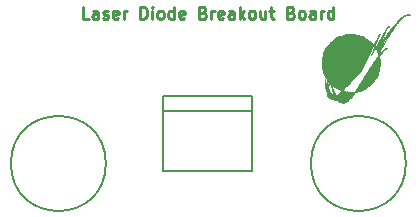
<source format=gbr>
G04 #@! TF.GenerationSoftware,KiCad,Pcbnew,(5.0.0)*
G04 #@! TF.CreationDate,2019-10-20T18:36:36-05:00*
G04 #@! TF.ProjectId,LaserDiode_Breakout_Hardware,4C6173657244696F64655F427265616B,rev?*
G04 #@! TF.SameCoordinates,Original*
G04 #@! TF.FileFunction,Legend,Top*
G04 #@! TF.FilePolarity,Positive*
%FSLAX46Y46*%
G04 Gerber Fmt 4.6, Leading zero omitted, Abs format (unit mm)*
G04 Created by KiCad (PCBNEW (5.0.0)) date 10/20/19 18:36:36*
%MOMM*%
%LPD*%
G01*
G04 APERTURE LIST*
%ADD10C,0.254000*%
%ADD11C,0.010000*%
%ADD12C,0.150000*%
G04 APERTURE END LIST*
D10*
X-737821619Y120190380D02*
X-738305428Y120190380D01*
X-738305428Y121206380D01*
X-737047523Y120190380D02*
X-737047523Y120722571D01*
X-737095904Y120819333D01*
X-737192666Y120867714D01*
X-737386190Y120867714D01*
X-737482952Y120819333D01*
X-737047523Y120238761D02*
X-737144285Y120190380D01*
X-737386190Y120190380D01*
X-737482952Y120238761D01*
X-737531333Y120335523D01*
X-737531333Y120432285D01*
X-737482952Y120529047D01*
X-737386190Y120577428D01*
X-737144285Y120577428D01*
X-737047523Y120625809D01*
X-736612095Y120238761D02*
X-736515333Y120190380D01*
X-736321809Y120190380D01*
X-736225047Y120238761D01*
X-736176666Y120335523D01*
X-736176666Y120383904D01*
X-736225047Y120480666D01*
X-736321809Y120529047D01*
X-736466952Y120529047D01*
X-736563714Y120577428D01*
X-736612095Y120674190D01*
X-736612095Y120722571D01*
X-736563714Y120819333D01*
X-736466952Y120867714D01*
X-736321809Y120867714D01*
X-736225047Y120819333D01*
X-735354190Y120238761D02*
X-735450952Y120190380D01*
X-735644476Y120190380D01*
X-735741238Y120238761D01*
X-735789619Y120335523D01*
X-735789619Y120722571D01*
X-735741238Y120819333D01*
X-735644476Y120867714D01*
X-735450952Y120867714D01*
X-735354190Y120819333D01*
X-735305809Y120722571D01*
X-735305809Y120625809D01*
X-735789619Y120529047D01*
X-734870380Y120190380D02*
X-734870380Y120867714D01*
X-734870380Y120674190D02*
X-734822000Y120770952D01*
X-734773619Y120819333D01*
X-734676857Y120867714D01*
X-734580095Y120867714D01*
X-733467333Y120190380D02*
X-733467333Y121206380D01*
X-733225428Y121206380D01*
X-733080285Y121158000D01*
X-732983523Y121061238D01*
X-732935142Y120964476D01*
X-732886761Y120770952D01*
X-732886761Y120625809D01*
X-732935142Y120432285D01*
X-732983523Y120335523D01*
X-733080285Y120238761D01*
X-733225428Y120190380D01*
X-733467333Y120190380D01*
X-732451333Y120190380D02*
X-732451333Y120867714D01*
X-732451333Y121206380D02*
X-732499714Y121158000D01*
X-732451333Y121109619D01*
X-732402952Y121158000D01*
X-732451333Y121206380D01*
X-732451333Y121109619D01*
X-731822380Y120190380D02*
X-731919142Y120238761D01*
X-731967523Y120287142D01*
X-732015904Y120383904D01*
X-732015904Y120674190D01*
X-731967523Y120770952D01*
X-731919142Y120819333D01*
X-731822380Y120867714D01*
X-731677238Y120867714D01*
X-731580476Y120819333D01*
X-731532095Y120770952D01*
X-731483714Y120674190D01*
X-731483714Y120383904D01*
X-731532095Y120287142D01*
X-731580476Y120238761D01*
X-731677238Y120190380D01*
X-731822380Y120190380D01*
X-730612857Y120190380D02*
X-730612857Y121206380D01*
X-730612857Y120238761D02*
X-730709619Y120190380D01*
X-730903142Y120190380D01*
X-730999904Y120238761D01*
X-731048285Y120287142D01*
X-731096666Y120383904D01*
X-731096666Y120674190D01*
X-731048285Y120770952D01*
X-730999904Y120819333D01*
X-730903142Y120867714D01*
X-730709619Y120867714D01*
X-730612857Y120819333D01*
X-729742000Y120238761D02*
X-729838761Y120190380D01*
X-730032285Y120190380D01*
X-730129047Y120238761D01*
X-730177428Y120335523D01*
X-730177428Y120722571D01*
X-730129047Y120819333D01*
X-730032285Y120867714D01*
X-729838761Y120867714D01*
X-729742000Y120819333D01*
X-729693619Y120722571D01*
X-729693619Y120625809D01*
X-730177428Y120529047D01*
X-728145428Y120722571D02*
X-728000285Y120674190D01*
X-727951904Y120625809D01*
X-727903523Y120529047D01*
X-727903523Y120383904D01*
X-727951904Y120287142D01*
X-728000285Y120238761D01*
X-728097047Y120190380D01*
X-728484095Y120190380D01*
X-728484095Y121206380D01*
X-728145428Y121206380D01*
X-728048666Y121158000D01*
X-728000285Y121109619D01*
X-727951904Y121012857D01*
X-727951904Y120916095D01*
X-728000285Y120819333D01*
X-728048666Y120770952D01*
X-728145428Y120722571D01*
X-728484095Y120722571D01*
X-727468095Y120190380D02*
X-727468095Y120867714D01*
X-727468095Y120674190D02*
X-727419714Y120770952D01*
X-727371333Y120819333D01*
X-727274571Y120867714D01*
X-727177809Y120867714D01*
X-726452095Y120238761D02*
X-726548857Y120190380D01*
X-726742380Y120190380D01*
X-726839142Y120238761D01*
X-726887523Y120335523D01*
X-726887523Y120722571D01*
X-726839142Y120819333D01*
X-726742380Y120867714D01*
X-726548857Y120867714D01*
X-726452095Y120819333D01*
X-726403714Y120722571D01*
X-726403714Y120625809D01*
X-726887523Y120529047D01*
X-725532857Y120190380D02*
X-725532857Y120722571D01*
X-725581238Y120819333D01*
X-725678000Y120867714D01*
X-725871523Y120867714D01*
X-725968285Y120819333D01*
X-725532857Y120238761D02*
X-725629619Y120190380D01*
X-725871523Y120190380D01*
X-725968285Y120238761D01*
X-726016666Y120335523D01*
X-726016666Y120432285D01*
X-725968285Y120529047D01*
X-725871523Y120577428D01*
X-725629619Y120577428D01*
X-725532857Y120625809D01*
X-725049047Y120190380D02*
X-725049047Y121206380D01*
X-724952285Y120577428D02*
X-724662000Y120190380D01*
X-724662000Y120867714D02*
X-725049047Y120480666D01*
X-724081428Y120190380D02*
X-724178190Y120238761D01*
X-724226571Y120287142D01*
X-724274952Y120383904D01*
X-724274952Y120674190D01*
X-724226571Y120770952D01*
X-724178190Y120819333D01*
X-724081428Y120867714D01*
X-723936285Y120867714D01*
X-723839523Y120819333D01*
X-723791142Y120770952D01*
X-723742761Y120674190D01*
X-723742761Y120383904D01*
X-723791142Y120287142D01*
X-723839523Y120238761D01*
X-723936285Y120190380D01*
X-724081428Y120190380D01*
X-722871904Y120867714D02*
X-722871904Y120190380D01*
X-723307333Y120867714D02*
X-723307333Y120335523D01*
X-723258952Y120238761D01*
X-723162190Y120190380D01*
X-723017047Y120190380D01*
X-722920285Y120238761D01*
X-722871904Y120287142D01*
X-722533238Y120867714D02*
X-722146190Y120867714D01*
X-722388095Y121206380D02*
X-722388095Y120335523D01*
X-722339714Y120238761D01*
X-722242952Y120190380D01*
X-722146190Y120190380D01*
X-720694761Y120722571D02*
X-720549619Y120674190D01*
X-720501238Y120625809D01*
X-720452857Y120529047D01*
X-720452857Y120383904D01*
X-720501238Y120287142D01*
X-720549619Y120238761D01*
X-720646380Y120190380D01*
X-721033428Y120190380D01*
X-721033428Y121206380D01*
X-720694761Y121206380D01*
X-720598000Y121158000D01*
X-720549619Y121109619D01*
X-720501238Y121012857D01*
X-720501238Y120916095D01*
X-720549619Y120819333D01*
X-720598000Y120770952D01*
X-720694761Y120722571D01*
X-721033428Y120722571D01*
X-719872285Y120190380D02*
X-719969047Y120238761D01*
X-720017428Y120287142D01*
X-720065809Y120383904D01*
X-720065809Y120674190D01*
X-720017428Y120770952D01*
X-719969047Y120819333D01*
X-719872285Y120867714D01*
X-719727142Y120867714D01*
X-719630380Y120819333D01*
X-719582000Y120770952D01*
X-719533619Y120674190D01*
X-719533619Y120383904D01*
X-719582000Y120287142D01*
X-719630380Y120238761D01*
X-719727142Y120190380D01*
X-719872285Y120190380D01*
X-718662761Y120190380D02*
X-718662761Y120722571D01*
X-718711142Y120819333D01*
X-718807904Y120867714D01*
X-719001428Y120867714D01*
X-719098190Y120819333D01*
X-718662761Y120238761D02*
X-718759523Y120190380D01*
X-719001428Y120190380D01*
X-719098190Y120238761D01*
X-719146571Y120335523D01*
X-719146571Y120432285D01*
X-719098190Y120529047D01*
X-719001428Y120577428D01*
X-718759523Y120577428D01*
X-718662761Y120625809D01*
X-718178952Y120190380D02*
X-718178952Y120867714D01*
X-718178952Y120674190D02*
X-718130571Y120770952D01*
X-718082190Y120819333D01*
X-717985428Y120867714D01*
X-717888666Y120867714D01*
X-717114571Y120190380D02*
X-717114571Y121206380D01*
X-717114571Y120238761D02*
X-717211333Y120190380D01*
X-717404857Y120190380D01*
X-717501619Y120238761D01*
X-717550000Y120287142D01*
X-717598380Y120383904D01*
X-717598380Y120674190D01*
X-717550000Y120770952D01*
X-717501619Y120819333D01*
X-717404857Y120867714D01*
X-717211333Y120867714D01*
X-717114571Y120819333D01*
D11*
G04 #@! TO.C,G\002A\002A\002A*
G36*
X-710762599Y120570434D02*
X-710713700Y120563382D01*
X-710673886Y120551807D01*
X-710667813Y120549178D01*
X-710643442Y120537884D01*
X-710665853Y120541675D01*
X-710743855Y120550423D01*
X-710816915Y120549840D01*
X-710881716Y120539963D01*
X-710884392Y120539299D01*
X-710959905Y120514466D01*
X-711038595Y120477255D01*
X-711120730Y120427447D01*
X-711206578Y120364823D01*
X-711296408Y120289166D01*
X-711390489Y120200257D01*
X-711489088Y120097876D01*
X-711592474Y119981807D01*
X-711643992Y119921032D01*
X-711691720Y119863388D01*
X-711737318Y119807177D01*
X-711781499Y119751366D01*
X-711824978Y119694921D01*
X-711868470Y119636809D01*
X-711912689Y119575999D01*
X-711958350Y119511457D01*
X-712006168Y119442149D01*
X-712056856Y119367044D01*
X-712111130Y119285107D01*
X-712169704Y119195307D01*
X-712233292Y119096611D01*
X-712302609Y118987984D01*
X-712378371Y118868395D01*
X-712442038Y118767412D01*
X-712587225Y118533288D01*
X-712726868Y118301188D01*
X-712858723Y118074858D01*
X-712891908Y118016618D01*
X-712921897Y117963999D01*
X-712956642Y117903480D01*
X-712993280Y117840015D01*
X-713028952Y117778560D01*
X-713060252Y117724999D01*
X-713091426Y117671559D01*
X-713125623Y117612377D01*
X-713160203Y117552058D01*
X-713192527Y117495206D01*
X-713219955Y117446426D01*
X-713220832Y117444852D01*
X-713244487Y117402485D01*
X-713266928Y117362426D01*
X-713286661Y117327332D01*
X-713302194Y117299857D01*
X-713312034Y117282655D01*
X-713312343Y117282122D01*
X-713331136Y117249862D01*
X-713360138Y117326946D01*
X-713375350Y117365069D01*
X-713394261Y117408853D01*
X-713415925Y117456436D01*
X-713439391Y117505958D01*
X-713463711Y117555557D01*
X-713487936Y117603372D01*
X-713511118Y117647541D01*
X-713532307Y117686203D01*
X-713550556Y117717497D01*
X-713564914Y117739561D01*
X-713574434Y117750535D01*
X-713576502Y117751412D01*
X-713581522Y117745166D01*
X-713592297Y117727847D01*
X-713607585Y117701580D01*
X-713626143Y117668494D01*
X-713643080Y117637486D01*
X-713670428Y117587039D01*
X-713699754Y117533290D01*
X-713730164Y117477843D01*
X-713760765Y117422304D01*
X-713790665Y117368278D01*
X-713818969Y117317371D01*
X-713844786Y117271188D01*
X-713867221Y117231334D01*
X-713885382Y117199415D01*
X-713898375Y117177036D01*
X-713905308Y117165803D01*
X-713905946Y117164971D01*
X-713906464Y117168250D01*
X-713902493Y117182979D01*
X-713894788Y117206617D01*
X-713887082Y117228471D01*
X-713868367Y117279894D01*
X-713847563Y117336621D01*
X-713825266Y117397068D01*
X-713802070Y117459652D01*
X-713778569Y117522788D01*
X-713755359Y117584894D01*
X-713733033Y117644384D01*
X-713712186Y117699676D01*
X-713693414Y117749186D01*
X-713677310Y117791329D01*
X-713664469Y117824523D01*
X-713655487Y117847183D01*
X-713650956Y117857725D01*
X-713650636Y117858241D01*
X-713644335Y117855320D01*
X-713632516Y117842243D01*
X-713617444Y117821609D01*
X-713613244Y117815286D01*
X-713597661Y117792255D01*
X-713584961Y117775112D01*
X-713577415Y117766881D01*
X-713576638Y117766567D01*
X-713571908Y117772927D01*
X-713561274Y117790623D01*
X-713545800Y117817776D01*
X-713526549Y117852506D01*
X-713504584Y117892930D01*
X-713493471Y117913652D01*
X-713467300Y117962381D01*
X-713435965Y118020280D01*
X-713401582Y118083472D01*
X-713366264Y118148077D01*
X-713332124Y118210217D01*
X-713311401Y118247747D01*
X-713281320Y118302187D01*
X-713245985Y118366288D01*
X-713207294Y118436597D01*
X-713167147Y118509659D01*
X-713127444Y118582018D01*
X-713090084Y118650220D01*
X-713077059Y118674030D01*
X-713016525Y118783859D01*
X-712957066Y118890029D01*
X-712899327Y118991456D01*
X-712843952Y119087063D01*
X-712791584Y119175766D01*
X-712742868Y119256488D01*
X-712698448Y119328146D01*
X-712658968Y119389660D01*
X-712625072Y119439949D01*
X-712599469Y119475248D01*
X-712563607Y119518491D01*
X-712531622Y119549582D01*
X-712504046Y119568225D01*
X-712481407Y119574125D01*
X-712464237Y119566985D01*
X-712456258Y119555208D01*
X-712448863Y119535252D01*
X-712447590Y119523520D01*
X-712451799Y119521953D01*
X-712460848Y119532494D01*
X-712462758Y119535524D01*
X-712477173Y119553034D01*
X-712490567Y119557928D01*
X-712490744Y119557896D01*
X-712504784Y119548935D01*
X-712524229Y119526557D01*
X-712548842Y119491183D01*
X-712578388Y119443231D01*
X-712612630Y119383120D01*
X-712651331Y119311271D01*
X-712694257Y119228102D01*
X-712741170Y119134032D01*
X-712791833Y119029480D01*
X-712809914Y118991530D01*
X-712827721Y118953587D01*
X-712849455Y118906587D01*
X-712874569Y118851761D01*
X-712902516Y118790338D01*
X-712932751Y118723547D01*
X-712964725Y118652617D01*
X-712997892Y118578779D01*
X-713031705Y118503261D01*
X-713065617Y118427293D01*
X-713099082Y118352105D01*
X-713131552Y118278926D01*
X-713162481Y118208986D01*
X-713191321Y118143513D01*
X-713217527Y118083739D01*
X-713240550Y118030891D01*
X-713259845Y117986200D01*
X-713274864Y117950894D01*
X-713285061Y117926205D01*
X-713289888Y117913360D01*
X-713290171Y117911779D01*
X-713285598Y117917124D01*
X-713273885Y117933233D01*
X-713256193Y117958441D01*
X-713233680Y117991086D01*
X-713207503Y118029506D01*
X-713187177Y118059605D01*
X-713153292Y118109646D01*
X-713113176Y118168364D01*
X-713067852Y118234295D01*
X-713018344Y118305976D01*
X-712965677Y118381943D01*
X-712910873Y118460735D01*
X-712854958Y118540889D01*
X-712798955Y118620940D01*
X-712743888Y118699427D01*
X-712690781Y118774886D01*
X-712640659Y118845855D01*
X-712594544Y118910870D01*
X-712553461Y118968469D01*
X-712518434Y119017188D01*
X-712490487Y119055565D01*
X-712482603Y119066236D01*
X-712346231Y119247571D01*
X-712216179Y119415797D01*
X-712092165Y119571208D01*
X-711973907Y119714097D01*
X-711861123Y119844759D01*
X-711753531Y119963487D01*
X-711650849Y120070576D01*
X-711552796Y120166320D01*
X-711459088Y120251013D01*
X-711369445Y120324948D01*
X-711283584Y120388420D01*
X-711201223Y120441723D01*
X-711122080Y120485151D01*
X-711121559Y120485410D01*
X-711062565Y120513565D01*
X-711012354Y120534701D01*
X-710967250Y120550041D01*
X-710923573Y120560810D01*
X-710877646Y120568231D01*
X-710869755Y120569199D01*
X-710816109Y120572522D01*
X-710762599Y120570434D01*
X-710762599Y120570434D01*
G37*
X-710762599Y120570434D02*
X-710713700Y120563382D01*
X-710673886Y120551807D01*
X-710667813Y120549178D01*
X-710643442Y120537884D01*
X-710665853Y120541675D01*
X-710743855Y120550423D01*
X-710816915Y120549840D01*
X-710881716Y120539963D01*
X-710884392Y120539299D01*
X-710959905Y120514466D01*
X-711038595Y120477255D01*
X-711120730Y120427447D01*
X-711206578Y120364823D01*
X-711296408Y120289166D01*
X-711390489Y120200257D01*
X-711489088Y120097876D01*
X-711592474Y119981807D01*
X-711643992Y119921032D01*
X-711691720Y119863388D01*
X-711737318Y119807177D01*
X-711781499Y119751366D01*
X-711824978Y119694921D01*
X-711868470Y119636809D01*
X-711912689Y119575999D01*
X-711958350Y119511457D01*
X-712006168Y119442149D01*
X-712056856Y119367044D01*
X-712111130Y119285107D01*
X-712169704Y119195307D01*
X-712233292Y119096611D01*
X-712302609Y118987984D01*
X-712378371Y118868395D01*
X-712442038Y118767412D01*
X-712587225Y118533288D01*
X-712726868Y118301188D01*
X-712858723Y118074858D01*
X-712891908Y118016618D01*
X-712921897Y117963999D01*
X-712956642Y117903480D01*
X-712993280Y117840015D01*
X-713028952Y117778560D01*
X-713060252Y117724999D01*
X-713091426Y117671559D01*
X-713125623Y117612377D01*
X-713160203Y117552058D01*
X-713192527Y117495206D01*
X-713219955Y117446426D01*
X-713220832Y117444852D01*
X-713244487Y117402485D01*
X-713266928Y117362426D01*
X-713286661Y117327332D01*
X-713302194Y117299857D01*
X-713312034Y117282655D01*
X-713312343Y117282122D01*
X-713331136Y117249862D01*
X-713360138Y117326946D01*
X-713375350Y117365069D01*
X-713394261Y117408853D01*
X-713415925Y117456436D01*
X-713439391Y117505958D01*
X-713463711Y117555557D01*
X-713487936Y117603372D01*
X-713511118Y117647541D01*
X-713532307Y117686203D01*
X-713550556Y117717497D01*
X-713564914Y117739561D01*
X-713574434Y117750535D01*
X-713576502Y117751412D01*
X-713581522Y117745166D01*
X-713592297Y117727847D01*
X-713607585Y117701580D01*
X-713626143Y117668494D01*
X-713643080Y117637486D01*
X-713670428Y117587039D01*
X-713699754Y117533290D01*
X-713730164Y117477843D01*
X-713760765Y117422304D01*
X-713790665Y117368278D01*
X-713818969Y117317371D01*
X-713844786Y117271188D01*
X-713867221Y117231334D01*
X-713885382Y117199415D01*
X-713898375Y117177036D01*
X-713905308Y117165803D01*
X-713905946Y117164971D01*
X-713906464Y117168250D01*
X-713902493Y117182979D01*
X-713894788Y117206617D01*
X-713887082Y117228471D01*
X-713868367Y117279894D01*
X-713847563Y117336621D01*
X-713825266Y117397068D01*
X-713802070Y117459652D01*
X-713778569Y117522788D01*
X-713755359Y117584894D01*
X-713733033Y117644384D01*
X-713712186Y117699676D01*
X-713693414Y117749186D01*
X-713677310Y117791329D01*
X-713664469Y117824523D01*
X-713655487Y117847183D01*
X-713650956Y117857725D01*
X-713650636Y117858241D01*
X-713644335Y117855320D01*
X-713632516Y117842243D01*
X-713617444Y117821609D01*
X-713613244Y117815286D01*
X-713597661Y117792255D01*
X-713584961Y117775112D01*
X-713577415Y117766881D01*
X-713576638Y117766567D01*
X-713571908Y117772927D01*
X-713561274Y117790623D01*
X-713545800Y117817776D01*
X-713526549Y117852506D01*
X-713504584Y117892930D01*
X-713493471Y117913652D01*
X-713467300Y117962381D01*
X-713435965Y118020280D01*
X-713401582Y118083472D01*
X-713366264Y118148077D01*
X-713332124Y118210217D01*
X-713311401Y118247747D01*
X-713281320Y118302187D01*
X-713245985Y118366288D01*
X-713207294Y118436597D01*
X-713167147Y118509659D01*
X-713127444Y118582018D01*
X-713090084Y118650220D01*
X-713077059Y118674030D01*
X-713016525Y118783859D01*
X-712957066Y118890029D01*
X-712899327Y118991456D01*
X-712843952Y119087063D01*
X-712791584Y119175766D01*
X-712742868Y119256488D01*
X-712698448Y119328146D01*
X-712658968Y119389660D01*
X-712625072Y119439949D01*
X-712599469Y119475248D01*
X-712563607Y119518491D01*
X-712531622Y119549582D01*
X-712504046Y119568225D01*
X-712481407Y119574125D01*
X-712464237Y119566985D01*
X-712456258Y119555208D01*
X-712448863Y119535252D01*
X-712447590Y119523520D01*
X-712451799Y119521953D01*
X-712460848Y119532494D01*
X-712462758Y119535524D01*
X-712477173Y119553034D01*
X-712490567Y119557928D01*
X-712490744Y119557896D01*
X-712504784Y119548935D01*
X-712524229Y119526557D01*
X-712548842Y119491183D01*
X-712578388Y119443231D01*
X-712612630Y119383120D01*
X-712651331Y119311271D01*
X-712694257Y119228102D01*
X-712741170Y119134032D01*
X-712791833Y119029480D01*
X-712809914Y118991530D01*
X-712827721Y118953587D01*
X-712849455Y118906587D01*
X-712874569Y118851761D01*
X-712902516Y118790338D01*
X-712932751Y118723547D01*
X-712964725Y118652617D01*
X-712997892Y118578779D01*
X-713031705Y118503261D01*
X-713065617Y118427293D01*
X-713099082Y118352105D01*
X-713131552Y118278926D01*
X-713162481Y118208986D01*
X-713191321Y118143513D01*
X-713217527Y118083739D01*
X-713240550Y118030891D01*
X-713259845Y117986200D01*
X-713274864Y117950894D01*
X-713285061Y117926205D01*
X-713289888Y117913360D01*
X-713290171Y117911779D01*
X-713285598Y117917124D01*
X-713273885Y117933233D01*
X-713256193Y117958441D01*
X-713233680Y117991086D01*
X-713207503Y118029506D01*
X-713187177Y118059605D01*
X-713153292Y118109646D01*
X-713113176Y118168364D01*
X-713067852Y118234295D01*
X-713018344Y118305976D01*
X-712965677Y118381943D01*
X-712910873Y118460735D01*
X-712854958Y118540889D01*
X-712798955Y118620940D01*
X-712743888Y118699427D01*
X-712690781Y118774886D01*
X-712640659Y118845855D01*
X-712594544Y118910870D01*
X-712553461Y118968469D01*
X-712518434Y119017188D01*
X-712490487Y119055565D01*
X-712482603Y119066236D01*
X-712346231Y119247571D01*
X-712216179Y119415797D01*
X-712092165Y119571208D01*
X-711973907Y119714097D01*
X-711861123Y119844759D01*
X-711753531Y119963487D01*
X-711650849Y120070576D01*
X-711552796Y120166320D01*
X-711459088Y120251013D01*
X-711369445Y120324948D01*
X-711283584Y120388420D01*
X-711201223Y120441723D01*
X-711122080Y120485151D01*
X-711121559Y120485410D01*
X-711062565Y120513565D01*
X-711012354Y120534701D01*
X-710967250Y120550041D01*
X-710923573Y120560810D01*
X-710877646Y120568231D01*
X-710869755Y120569199D01*
X-710816109Y120572522D01*
X-710762599Y120570434D01*
G36*
X-713911824Y117150030D02*
X-713915559Y117146294D01*
X-713919294Y117150030D01*
X-713915559Y117153765D01*
X-713911824Y117150030D01*
X-713911824Y117150030D01*
G37*
X-713911824Y117150030D02*
X-713915559Y117146294D01*
X-713919294Y117150030D01*
X-713915559Y117153765D01*
X-713911824Y117150030D01*
G36*
X-713210937Y118904908D02*
X-713214849Y118895904D01*
X-713227572Y118876750D01*
X-713234871Y118866415D01*
X-713248525Y118846259D01*
X-713261904Y118824136D01*
X-713275846Y118798276D01*
X-713291191Y118766910D01*
X-713308778Y118728269D01*
X-713329448Y118680584D01*
X-713354039Y118622085D01*
X-713375932Y118569148D01*
X-713394551Y118523440D01*
X-713417515Y118466311D01*
X-713443828Y118400296D01*
X-713472494Y118327927D01*
X-713502518Y118251740D01*
X-713532905Y118174267D01*
X-713562658Y118098042D01*
X-713590782Y118025599D01*
X-713616281Y117959472D01*
X-713638161Y117902195D01*
X-713642514Y117890704D01*
X-713650578Y117869377D01*
X-713692481Y117926756D01*
X-713711008Y117950745D01*
X-713726652Y117968455D01*
X-713737249Y117977567D01*
X-713740264Y117977964D01*
X-713744444Y117970337D01*
X-713754549Y117950382D01*
X-713770023Y117919232D01*
X-713790311Y117878024D01*
X-713814858Y117827890D01*
X-713843108Y117769967D01*
X-713874508Y117705388D01*
X-713908501Y117635289D01*
X-713944532Y117560803D01*
X-713958911Y117531030D01*
X-714041695Y117359637D01*
X-714118513Y117200809D01*
X-714189819Y117053618D01*
X-714256068Y116917138D01*
X-714317711Y116790440D01*
X-714375204Y116672598D01*
X-714428998Y116562684D01*
X-714479549Y116459771D01*
X-714527310Y116362932D01*
X-714572733Y116271239D01*
X-714616273Y116183764D01*
X-714658383Y116099582D01*
X-714682353Y116051853D01*
X-714714840Y115986876D01*
X-714742581Y115931017D01*
X-714766563Y115882996D01*
X-714787772Y115841529D01*
X-714807195Y115805333D01*
X-714825819Y115773127D01*
X-714844629Y115743627D01*
X-714864613Y115715551D01*
X-714886758Y115687616D01*
X-714912050Y115658540D01*
X-714941475Y115627040D01*
X-714976021Y115591834D01*
X-715016673Y115551638D01*
X-715064418Y115505171D01*
X-715120244Y115451150D01*
X-715185137Y115388292D01*
X-715215442Y115358841D01*
X-715270103Y115305355D01*
X-715323581Y115252468D01*
X-715374480Y115201598D01*
X-715421404Y115154163D01*
X-715462958Y115111581D01*
X-715497747Y115075272D01*
X-715524375Y115046654D01*
X-715539875Y115029047D01*
X-715582029Y114979482D01*
X-715633146Y114920874D01*
X-715691730Y114854852D01*
X-715756287Y114783042D01*
X-715825322Y114707075D01*
X-715897338Y114628577D01*
X-715970843Y114549178D01*
X-716044339Y114470505D01*
X-716116334Y114394187D01*
X-716185330Y114321851D01*
X-716249834Y114255127D01*
X-716260389Y114244313D01*
X-716296087Y114207688D01*
X-716327961Y114174788D01*
X-716354633Y114147051D01*
X-716374727Y114125913D01*
X-716386863Y114112815D01*
X-716389911Y114109081D01*
X-716380728Y114105810D01*
X-716359924Y114099825D01*
X-716330410Y114091868D01*
X-716295101Y114082682D01*
X-716256911Y114073011D01*
X-716218751Y114063596D01*
X-716183537Y114055180D01*
X-716154181Y114048507D01*
X-716142840Y114046102D01*
X-716094861Y114037055D01*
X-716059993Y114032291D01*
X-716037058Y114031721D01*
X-716024878Y114035258D01*
X-716023075Y114037220D01*
X-716015937Y114044262D01*
X-715999787Y114058257D01*
X-715977335Y114076895D01*
X-715961001Y114090121D01*
X-715902736Y114136861D01*
X-715961692Y114081255D01*
X-716020649Y114025649D01*
X-715995310Y114021114D01*
X-715950397Y114014618D01*
X-715896567Y114009356D01*
X-715835857Y114005313D01*
X-715770309Y114002474D01*
X-715701961Y114000824D01*
X-715632854Y114000349D01*
X-715565026Y114001033D01*
X-715500519Y114002861D01*
X-715441370Y114005819D01*
X-715389621Y114009891D01*
X-715347310Y114015063D01*
X-715316478Y114021320D01*
X-715303118Y114026181D01*
X-715294576Y114034995D01*
X-715279457Y114055479D01*
X-715258566Y114086314D01*
X-715232710Y114126178D01*
X-715202694Y114173754D01*
X-715169323Y114227720D01*
X-715133403Y114286757D01*
X-715095741Y114349545D01*
X-715057141Y114414765D01*
X-715018409Y114481096D01*
X-714980351Y114547219D01*
X-714943772Y114611814D01*
X-714923927Y114647383D01*
X-714892435Y114703202D01*
X-714858613Y114761479D01*
X-714824432Y114818931D01*
X-714791864Y114872275D01*
X-714762881Y114918229D01*
X-714744453Y114946206D01*
X-714716883Y114988304D01*
X-714684864Y115039451D01*
X-714650918Y115095479D01*
X-714617565Y115152222D01*
X-714587325Y115205512D01*
X-714584299Y115210979D01*
X-714547173Y115276570D01*
X-714510664Y115337192D01*
X-714472147Y115396920D01*
X-714428995Y115459828D01*
X-714379688Y115528479D01*
X-714274100Y115676005D01*
X-714174323Y115821760D01*
X-714078037Y115969338D01*
X-713982922Y116122335D01*
X-713886659Y116284344D01*
X-713841928Y116361883D01*
X-713815086Y116408006D01*
X-713790661Y116447819D01*
X-713766450Y116484442D01*
X-713740252Y116520993D01*
X-713709866Y116560593D01*
X-713673089Y116606361D01*
X-713646864Y116638294D01*
X-713610670Y116682199D01*
X-713574668Y116725991D01*
X-713540899Y116767181D01*
X-713511406Y116803275D01*
X-713488229Y116831781D01*
X-713478582Y116843736D01*
X-713455364Y116872337D01*
X-713425967Y116908102D01*
X-713393885Y116946801D01*
X-713362608Y116984210D01*
X-713357437Y116990357D01*
X-713331971Y117021192D01*
X-713310363Y117048491D01*
X-713294300Y117070030D01*
X-713285470Y117083586D01*
X-713284294Y117086670D01*
X-713286288Y117097888D01*
X-713291416Y117118276D01*
X-713298404Y117143442D01*
X-713305975Y117168996D01*
X-713312853Y117190547D01*
X-713317763Y117203702D01*
X-713318853Y117205593D01*
X-713325376Y117202568D01*
X-713339393Y117191467D01*
X-713356777Y117175711D01*
X-713374018Y117160175D01*
X-713382088Y117155027D01*
X-713380524Y117160556D01*
X-713380112Y117161236D01*
X-713369667Y117179397D01*
X-713356818Y117203249D01*
X-713351749Y117213052D01*
X-713341554Y117232215D01*
X-713335301Y117239656D01*
X-713330378Y117237080D01*
X-713326090Y117229792D01*
X-713322069Y117223679D01*
X-713316991Y117221585D01*
X-713308935Y117224709D01*
X-713295982Y117234252D01*
X-713276210Y117251415D01*
X-713247700Y117277399D01*
X-713242906Y117281805D01*
X-713158352Y117358894D01*
X-713083024Y117426126D01*
X-713015811Y117484429D01*
X-712955599Y117534731D01*
X-712901275Y117577961D01*
X-712851727Y117615046D01*
X-712805842Y117646915D01*
X-712802442Y117649171D01*
X-712741624Y117686829D01*
X-712689583Y117713636D01*
X-712646576Y117729499D01*
X-712612863Y117734328D01*
X-712588703Y117728030D01*
X-712585794Y117726025D01*
X-712577819Y117719039D01*
X-712579304Y117715628D01*
X-712592412Y117714461D01*
X-712604876Y117714297D01*
X-712638181Y117709357D01*
X-712671227Y117693550D01*
X-712672698Y117692624D01*
X-712698864Y117674136D01*
X-712732754Y117647403D01*
X-712771614Y117614832D01*
X-712812690Y117578830D01*
X-712853230Y117541804D01*
X-712890479Y117506161D01*
X-712918236Y117477973D01*
X-712941287Y117453401D01*
X-712970489Y117421898D01*
X-713004308Y117385153D01*
X-713041212Y117344854D01*
X-713079666Y117302691D01*
X-713118140Y117260352D01*
X-713155099Y117219526D01*
X-713189010Y117181902D01*
X-713218342Y117149168D01*
X-713241561Y117123014D01*
X-713257134Y117105128D01*
X-713262242Y117098976D01*
X-713278708Y117078043D01*
X-713258502Y116987036D01*
X-713241904Y116907990D01*
X-713228998Y116835648D01*
X-713219296Y116765786D01*
X-713212309Y116694182D01*
X-713207549Y116616611D01*
X-713204528Y116528851D01*
X-713204273Y116518039D01*
X-713203337Y116396590D01*
X-713206592Y116285725D01*
X-713214427Y116181583D01*
X-713227228Y116080300D01*
X-713245382Y115978012D01*
X-713269031Y115871873D01*
X-713320743Y115689772D01*
X-713386118Y115513070D01*
X-713464630Y115342486D01*
X-713555751Y115178738D01*
X-713658957Y115022543D01*
X-713773720Y114874620D01*
X-713899515Y114735685D01*
X-714035816Y114606456D01*
X-714182096Y114487652D01*
X-714337830Y114379990D01*
X-714383257Y114351819D01*
X-714538293Y114265753D01*
X-714700471Y114190465D01*
X-714867306Y114126893D01*
X-715036313Y114075972D01*
X-715205008Y114038639D01*
X-715222912Y114035492D01*
X-715262183Y114027498D01*
X-715287522Y114019254D01*
X-715299744Y114010709D01*
X-715306521Y114001045D01*
X-715320482Y113980916D01*
X-715340350Y113952171D01*
X-715364847Y113916659D01*
X-715392698Y113876229D01*
X-715414672Y113844294D01*
X-715496656Y113727903D01*
X-715573779Y113624386D01*
X-715646883Y113532809D01*
X-715716809Y113452237D01*
X-715784399Y113381733D01*
X-715850493Y113320363D01*
X-715915933Y113267191D01*
X-715965320Y113231975D01*
X-716008847Y113205399D01*
X-716058955Y113179059D01*
X-716110892Y113155156D01*
X-716159905Y113135890D01*
X-716198205Y113124182D01*
X-716259470Y113113304D01*
X-716325764Y113108467D01*
X-716390575Y113109894D01*
X-716438326Y113115947D01*
X-716526856Y113140315D01*
X-716611703Y113179135D01*
X-716692753Y113232352D01*
X-716720809Y113254880D01*
X-716742465Y113271744D01*
X-716760093Y113280498D01*
X-716780134Y113283691D01*
X-716794379Y113284000D01*
X-716894493Y113289868D01*
X-716996078Y113306813D01*
X-717020237Y113313370D01*
X-716468141Y113313370D01*
X-716457799Y113306883D01*
X-716448089Y113303850D01*
X-716433919Y113302220D01*
X-716409411Y113301421D01*
X-716379150Y113301572D01*
X-716369647Y113301820D01*
X-716326069Y113304967D01*
X-716290110Y113312205D01*
X-716259241Y113323002D01*
X-716208743Y113346059D01*
X-716163551Y113372463D01*
X-716119636Y113404982D01*
X-716072968Y113446383D01*
X-716056424Y113462323D01*
X-716032009Y113486645D01*
X-716013861Y113505571D01*
X-716003327Y113517625D01*
X-716001749Y113521330D01*
X-716003589Y113520363D01*
X-716080804Y113472406D01*
X-716147522Y113434163D01*
X-716204312Y113405308D01*
X-716207030Y113404046D01*
X-716247121Y113386862D01*
X-716293037Y113369302D01*
X-716340624Y113352761D01*
X-716385729Y113338638D01*
X-716424199Y113328327D01*
X-716444446Y113324207D01*
X-716463663Y113319298D01*
X-716468141Y113313370D01*
X-717020237Y113313370D01*
X-717095691Y113333848D01*
X-717189890Y113369988D01*
X-717275234Y113414245D01*
X-717297476Y113428220D01*
X-717323201Y113443188D01*
X-717348487Y113454822D01*
X-717363236Y113459478D01*
X-717382688Y113465256D01*
X-717410027Y113475695D01*
X-717439817Y113488694D01*
X-717444162Y113490735D01*
X-717503924Y113527253D01*
X-717504020Y113527344D01*
X-716776514Y113527344D01*
X-716774036Y113521421D01*
X-716767053Y113513413D01*
X-716765405Y113511658D01*
X-716756059Y113502442D01*
X-716746771Y113496744D01*
X-716734652Y113494478D01*
X-716716813Y113495555D01*
X-716690365Y113499889D01*
X-716652419Y113507392D01*
X-716648749Y113508137D01*
X-716618221Y113514944D01*
X-716583246Y113523701D01*
X-716546528Y113533608D01*
X-716510772Y113543865D01*
X-716478682Y113553672D01*
X-716452960Y113562230D01*
X-716436312Y113568740D01*
X-716431440Y113572400D01*
X-716431445Y113572406D01*
X-716439526Y113572437D01*
X-716458731Y113570169D01*
X-716485499Y113566054D01*
X-716496901Y113564103D01*
X-716529492Y113559144D01*
X-716571507Y113553857D01*
X-716617461Y113548881D01*
X-716660742Y113544949D01*
X-716706755Y113541194D01*
X-716739608Y113538106D01*
X-716761031Y113535136D01*
X-716772756Y113531732D01*
X-716776514Y113527344D01*
X-717504020Y113527344D01*
X-717555742Y113575878D01*
X-717599116Y113635765D01*
X-717633546Y113706064D01*
X-717658532Y113785931D01*
X-717673574Y113874516D01*
X-717674182Y113880416D01*
X-717679439Y113912541D01*
X-717688670Y113950633D01*
X-717699971Y113986927D01*
X-717701073Y113989971D01*
X-717730315Y114079973D01*
X-717734077Y114094559D01*
X-717588499Y114094559D01*
X-717585241Y114041124D01*
X-717581939Y114008585D01*
X-717575215Y113981906D01*
X-717562919Y113953993D01*
X-717553554Y113936536D01*
X-717489985Y113833713D01*
X-717420965Y113744392D01*
X-717346021Y113667986D01*
X-717314677Y113641231D01*
X-717269853Y113604919D01*
X-717221294Y113609550D01*
X-717196000Y113612345D01*
X-717177338Y113615126D01*
X-717169623Y113617178D01*
X-717168022Y113619190D01*
X-717169448Y113621842D01*
X-717176249Y113626798D01*
X-717190773Y113635722D01*
X-717215370Y113650275D01*
X-717221294Y113653766D01*
X-717302943Y113708782D01*
X-717376257Y113773114D01*
X-717442430Y113848093D01*
X-717502655Y113935050D01*
X-717551366Y114021921D01*
X-717588499Y114094559D01*
X-717734077Y114094559D01*
X-717756890Y114183002D01*
X-717780441Y114297322D01*
X-717800607Y114421200D01*
X-717816343Y114546530D01*
X-717819776Y114585645D01*
X-717822656Y114633237D01*
X-717824967Y114687038D01*
X-717826694Y114744783D01*
X-717827822Y114804205D01*
X-717828333Y114863038D01*
X-717828213Y114919015D01*
X-717827445Y114969870D01*
X-717826013Y115013337D01*
X-717823902Y115047148D01*
X-717821095Y115069038D01*
X-717820031Y115073206D01*
X-717815914Y115084507D01*
X-717813626Y115085080D01*
X-717812525Y115073414D01*
X-717812071Y115054530D01*
X-717809645Y114995176D01*
X-717804418Y114924692D01*
X-717796830Y114846534D01*
X-717787323Y114764154D01*
X-717776340Y114681009D01*
X-717764322Y114600554D01*
X-717751711Y114526242D01*
X-717738948Y114461529D01*
X-717732768Y114434353D01*
X-717721354Y114388855D01*
X-717709256Y114343982D01*
X-717697165Y114301955D01*
X-717685772Y114264994D01*
X-717675769Y114235321D01*
X-717667846Y114215156D01*
X-717662694Y114206721D01*
X-717661934Y114206696D01*
X-717655072Y114218789D01*
X-717651642Y114242545D01*
X-717651638Y114275086D01*
X-717655056Y114313535D01*
X-717661889Y114355015D01*
X-717662221Y114356637D01*
X-717673042Y114412317D01*
X-717681836Y114465611D01*
X-717688809Y114519054D01*
X-717694171Y114575184D01*
X-717698128Y114636536D01*
X-717700890Y114705648D01*
X-717702663Y114785054D01*
X-717703532Y114860294D01*
X-717704696Y115005783D01*
X-717661694Y115005783D01*
X-717660976Y114976755D01*
X-717659494Y114940610D01*
X-717657378Y114899944D01*
X-717654757Y114857348D01*
X-717651761Y114815417D01*
X-717648521Y114776744D01*
X-717646464Y114755706D01*
X-717642314Y114720641D01*
X-717636800Y114680432D01*
X-717630412Y114638013D01*
X-717623642Y114596316D01*
X-717616979Y114558276D01*
X-717610914Y114526825D01*
X-717605938Y114504896D01*
X-717603062Y114496164D01*
X-717599028Y114499198D01*
X-717591630Y114514162D01*
X-717581877Y114538698D01*
X-717570781Y114570449D01*
X-717569416Y114574605D01*
X-717552609Y114624725D01*
X-717537579Y114666813D01*
X-717524895Y114699438D01*
X-717515125Y114721168D01*
X-717508838Y114730572D01*
X-717507449Y114730586D01*
X-717507700Y114722497D01*
X-717510676Y114702711D01*
X-717515883Y114674119D01*
X-717522829Y114639614D01*
X-717523529Y114636286D01*
X-717533067Y114589186D01*
X-717543227Y114535890D01*
X-717552529Y114484284D01*
X-717557315Y114456003D01*
X-717571858Y114366858D01*
X-717549157Y114301679D01*
X-717530162Y114251698D01*
X-717506672Y114196890D01*
X-717480668Y114141372D01*
X-717454126Y114089259D01*
X-717429025Y114044669D01*
X-717415013Y114022545D01*
X-717379388Y113975364D01*
X-717336157Y113926760D01*
X-717289848Y113881436D01*
X-717244992Y113844096D01*
X-717238778Y113839552D01*
X-717216167Y113824684D01*
X-717188324Y113808303D01*
X-717158231Y113791918D01*
X-717128873Y113777038D01*
X-717103232Y113765170D01*
X-717084292Y113757825D01*
X-717075037Y113756510D01*
X-717074855Y113756656D01*
X-717076230Y113764422D01*
X-717082690Y113782154D01*
X-717092920Y113806315D01*
X-717095193Y113811365D01*
X-717117249Y113862122D01*
X-717142060Y113922879D01*
X-717168002Y113989348D01*
X-717193451Y114057245D01*
X-717216782Y114122284D01*
X-717236371Y114180178D01*
X-717243571Y114202883D01*
X-717256021Y114244497D01*
X-717269453Y114291530D01*
X-717283264Y114341634D01*
X-717296849Y114392460D01*
X-717309602Y114441661D01*
X-717320921Y114486888D01*
X-717330200Y114525793D01*
X-717336835Y114556028D01*
X-717340221Y114575246D01*
X-717340529Y114579504D01*
X-717337805Y114576642D01*
X-717330207Y114561372D01*
X-717318377Y114535172D01*
X-717302958Y114499519D01*
X-717284591Y114455892D01*
X-717263919Y114405768D01*
X-717248271Y114367236D01*
X-717215464Y114286608D01*
X-717186619Y114217385D01*
X-717160519Y114156957D01*
X-717135943Y114102714D01*
X-717111674Y114052045D01*
X-717086494Y114002342D01*
X-717059184Y113950995D01*
X-717028525Y113895393D01*
X-717025213Y113889470D01*
X-716995416Y113836641D01*
X-716971649Y113795592D01*
X-716952924Y113764909D01*
X-716938253Y113743183D01*
X-716926649Y113729002D01*
X-716917122Y113720954D01*
X-716908686Y113717628D01*
X-716904705Y113717294D01*
X-716891165Y113721274D01*
X-716868855Y113732014D01*
X-716841253Y113747719D01*
X-716820506Y113760795D01*
X-716790054Y113781747D01*
X-716752340Y113809135D01*
X-716711579Y113839824D01*
X-716671982Y113870679D01*
X-716660938Y113879517D01*
X-716653777Y113885383D01*
X-716220236Y113885383D01*
X-716216500Y113881647D01*
X-716212765Y113885383D01*
X-716216500Y113889118D01*
X-716220236Y113885383D01*
X-716653777Y113885383D01*
X-716646067Y113891699D01*
X-716205294Y113891699D01*
X-716199584Y113893114D01*
X-716182514Y113904059D01*
X-716154178Y113924469D01*
X-716114668Y113954278D01*
X-716094632Y113969688D01*
X-716069473Y113989672D01*
X-716049900Y114006277D01*
X-716038209Y114017483D01*
X-716036025Y114021162D01*
X-716042605Y114017997D01*
X-716058251Y114007438D01*
X-716080387Y113991457D01*
X-716106435Y113972025D01*
X-716133820Y113951112D01*
X-716159963Y113930689D01*
X-716182289Y113912727D01*
X-716198221Y113899197D01*
X-716205182Y113892069D01*
X-716205294Y113891699D01*
X-716646067Y113891699D01*
X-716628783Y113905856D01*
X-716593480Y113935485D01*
X-716556737Y113966889D01*
X-716520267Y113998553D01*
X-716485780Y114028962D01*
X-716454986Y114056601D01*
X-716429596Y114079956D01*
X-716411320Y114097512D01*
X-716401869Y114107754D01*
X-716401015Y114109691D01*
X-716408488Y114112965D01*
X-716427216Y114120284D01*
X-716454415Y114130580D01*
X-716487300Y114142786D01*
X-716488980Y114143404D01*
X-716662979Y114215007D01*
X-716830944Y114299413D01*
X-716991867Y114395875D01*
X-717144739Y114503647D01*
X-717288550Y114621983D01*
X-717422293Y114750139D01*
X-717544958Y114887369D01*
X-717613170Y114974221D01*
X-717632034Y114998979D01*
X-717647593Y115018453D01*
X-717657724Y115030038D01*
X-717660316Y115032118D01*
X-717661517Y115025102D01*
X-717661694Y115005783D01*
X-717704696Y115005783D01*
X-717705475Y115103089D01*
X-717755425Y115185265D01*
X-717846597Y115349518D01*
X-717924438Y115520382D01*
X-717988976Y115697940D01*
X-718040239Y115882274D01*
X-718078255Y116073467D01*
X-718096278Y116205000D01*
X-718099761Y116246604D01*
X-718102343Y116299708D01*
X-718104026Y116360898D01*
X-718104808Y116426760D01*
X-718104689Y116493880D01*
X-718103670Y116558845D01*
X-718101751Y116618239D01*
X-718098932Y116668650D01*
X-718096278Y116698059D01*
X-718066963Y116894251D01*
X-718024205Y117083927D01*
X-717967990Y117267122D01*
X-717898304Y117443870D01*
X-717815133Y117614204D01*
X-717718463Y117778159D01*
X-717608280Y117935768D01*
X-717565695Y117990471D01*
X-717527662Y118035780D01*
X-717481335Y118087460D01*
X-717429855Y118142264D01*
X-717376364Y118196950D01*
X-717324002Y118248271D01*
X-717275913Y118292983D01*
X-717254912Y118311452D01*
X-717104663Y118430718D01*
X-716946687Y118537309D01*
X-716781549Y118630980D01*
X-716609817Y118711482D01*
X-716432058Y118778569D01*
X-716248838Y118831993D01*
X-716060723Y118871509D01*
X-715925147Y118890911D01*
X-715869552Y118895942D01*
X-715803282Y118899657D01*
X-715730217Y118902028D01*
X-715654233Y118903024D01*
X-715579209Y118902615D01*
X-715509022Y118900772D01*
X-715447551Y118897463D01*
X-715417147Y118894834D01*
X-715223681Y118867744D01*
X-715036228Y118826995D01*
X-714854630Y118772521D01*
X-714678727Y118704257D01*
X-714508360Y118622135D01*
X-714343370Y118526091D01*
X-714183597Y118416059D01*
X-714098589Y118350121D01*
X-714065980Y118322505D01*
X-714027085Y118287507D01*
X-713984171Y118247365D01*
X-713939505Y118204314D01*
X-713895354Y118160590D01*
X-713853985Y118118431D01*
X-713817665Y118080073D01*
X-713788660Y118047751D01*
X-713773618Y118029524D01*
X-713757813Y118009835D01*
X-713745659Y117995893D01*
X-713740000Y117990853D01*
X-713735868Y117997222D01*
X-713725871Y118015392D01*
X-713710824Y118043801D01*
X-713691540Y118080887D01*
X-713668836Y118125087D01*
X-713643525Y118174838D01*
X-713626234Y118209069D01*
X-713572623Y118314400D01*
X-713521064Y118413543D01*
X-713472004Y118505723D01*
X-713425888Y118590168D01*
X-713383165Y118666104D01*
X-713344281Y118732759D01*
X-713309682Y118789360D01*
X-713279815Y118835132D01*
X-713255127Y118869304D01*
X-713236065Y118891103D01*
X-713228562Y118897266D01*
X-713215590Y118904962D01*
X-713210937Y118904908D01*
X-713210937Y118904908D01*
G37*
X-713210937Y118904908D02*
X-713214849Y118895904D01*
X-713227572Y118876750D01*
X-713234871Y118866415D01*
X-713248525Y118846259D01*
X-713261904Y118824136D01*
X-713275846Y118798276D01*
X-713291191Y118766910D01*
X-713308778Y118728269D01*
X-713329448Y118680584D01*
X-713354039Y118622085D01*
X-713375932Y118569148D01*
X-713394551Y118523440D01*
X-713417515Y118466311D01*
X-713443828Y118400296D01*
X-713472494Y118327927D01*
X-713502518Y118251740D01*
X-713532905Y118174267D01*
X-713562658Y118098042D01*
X-713590782Y118025599D01*
X-713616281Y117959472D01*
X-713638161Y117902195D01*
X-713642514Y117890704D01*
X-713650578Y117869377D01*
X-713692481Y117926756D01*
X-713711008Y117950745D01*
X-713726652Y117968455D01*
X-713737249Y117977567D01*
X-713740264Y117977964D01*
X-713744444Y117970337D01*
X-713754549Y117950382D01*
X-713770023Y117919232D01*
X-713790311Y117878024D01*
X-713814858Y117827890D01*
X-713843108Y117769967D01*
X-713874508Y117705388D01*
X-713908501Y117635289D01*
X-713944532Y117560803D01*
X-713958911Y117531030D01*
X-714041695Y117359637D01*
X-714118513Y117200809D01*
X-714189819Y117053618D01*
X-714256068Y116917138D01*
X-714317711Y116790440D01*
X-714375204Y116672598D01*
X-714428998Y116562684D01*
X-714479549Y116459771D01*
X-714527310Y116362932D01*
X-714572733Y116271239D01*
X-714616273Y116183764D01*
X-714658383Y116099582D01*
X-714682353Y116051853D01*
X-714714840Y115986876D01*
X-714742581Y115931017D01*
X-714766563Y115882996D01*
X-714787772Y115841529D01*
X-714807195Y115805333D01*
X-714825819Y115773127D01*
X-714844629Y115743627D01*
X-714864613Y115715551D01*
X-714886758Y115687616D01*
X-714912050Y115658540D01*
X-714941475Y115627040D01*
X-714976021Y115591834D01*
X-715016673Y115551638D01*
X-715064418Y115505171D01*
X-715120244Y115451150D01*
X-715185137Y115388292D01*
X-715215442Y115358841D01*
X-715270103Y115305355D01*
X-715323581Y115252468D01*
X-715374480Y115201598D01*
X-715421404Y115154163D01*
X-715462958Y115111581D01*
X-715497747Y115075272D01*
X-715524375Y115046654D01*
X-715539875Y115029047D01*
X-715582029Y114979482D01*
X-715633146Y114920874D01*
X-715691730Y114854852D01*
X-715756287Y114783042D01*
X-715825322Y114707075D01*
X-715897338Y114628577D01*
X-715970843Y114549178D01*
X-716044339Y114470505D01*
X-716116334Y114394187D01*
X-716185330Y114321851D01*
X-716249834Y114255127D01*
X-716260389Y114244313D01*
X-716296087Y114207688D01*
X-716327961Y114174788D01*
X-716354633Y114147051D01*
X-716374727Y114125913D01*
X-716386863Y114112815D01*
X-716389911Y114109081D01*
X-716380728Y114105810D01*
X-716359924Y114099825D01*
X-716330410Y114091868D01*
X-716295101Y114082682D01*
X-716256911Y114073011D01*
X-716218751Y114063596D01*
X-716183537Y114055180D01*
X-716154181Y114048507D01*
X-716142840Y114046102D01*
X-716094861Y114037055D01*
X-716059993Y114032291D01*
X-716037058Y114031721D01*
X-716024878Y114035258D01*
X-716023075Y114037220D01*
X-716015937Y114044262D01*
X-715999787Y114058257D01*
X-715977335Y114076895D01*
X-715961001Y114090121D01*
X-715902736Y114136861D01*
X-715961692Y114081255D01*
X-716020649Y114025649D01*
X-715995310Y114021114D01*
X-715950397Y114014618D01*
X-715896567Y114009356D01*
X-715835857Y114005313D01*
X-715770309Y114002474D01*
X-715701961Y114000824D01*
X-715632854Y114000349D01*
X-715565026Y114001033D01*
X-715500519Y114002861D01*
X-715441370Y114005819D01*
X-715389621Y114009891D01*
X-715347310Y114015063D01*
X-715316478Y114021320D01*
X-715303118Y114026181D01*
X-715294576Y114034995D01*
X-715279457Y114055479D01*
X-715258566Y114086314D01*
X-715232710Y114126178D01*
X-715202694Y114173754D01*
X-715169323Y114227720D01*
X-715133403Y114286757D01*
X-715095741Y114349545D01*
X-715057141Y114414765D01*
X-715018409Y114481096D01*
X-714980351Y114547219D01*
X-714943772Y114611814D01*
X-714923927Y114647383D01*
X-714892435Y114703202D01*
X-714858613Y114761479D01*
X-714824432Y114818931D01*
X-714791864Y114872275D01*
X-714762881Y114918229D01*
X-714744453Y114946206D01*
X-714716883Y114988304D01*
X-714684864Y115039451D01*
X-714650918Y115095479D01*
X-714617565Y115152222D01*
X-714587325Y115205512D01*
X-714584299Y115210979D01*
X-714547173Y115276570D01*
X-714510664Y115337192D01*
X-714472147Y115396920D01*
X-714428995Y115459828D01*
X-714379688Y115528479D01*
X-714274100Y115676005D01*
X-714174323Y115821760D01*
X-714078037Y115969338D01*
X-713982922Y116122335D01*
X-713886659Y116284344D01*
X-713841928Y116361883D01*
X-713815086Y116408006D01*
X-713790661Y116447819D01*
X-713766450Y116484442D01*
X-713740252Y116520993D01*
X-713709866Y116560593D01*
X-713673089Y116606361D01*
X-713646864Y116638294D01*
X-713610670Y116682199D01*
X-713574668Y116725991D01*
X-713540899Y116767181D01*
X-713511406Y116803275D01*
X-713488229Y116831781D01*
X-713478582Y116843736D01*
X-713455364Y116872337D01*
X-713425967Y116908102D01*
X-713393885Y116946801D01*
X-713362608Y116984210D01*
X-713357437Y116990357D01*
X-713331971Y117021192D01*
X-713310363Y117048491D01*
X-713294300Y117070030D01*
X-713285470Y117083586D01*
X-713284294Y117086670D01*
X-713286288Y117097888D01*
X-713291416Y117118276D01*
X-713298404Y117143442D01*
X-713305975Y117168996D01*
X-713312853Y117190547D01*
X-713317763Y117203702D01*
X-713318853Y117205593D01*
X-713325376Y117202568D01*
X-713339393Y117191467D01*
X-713356777Y117175711D01*
X-713374018Y117160175D01*
X-713382088Y117155027D01*
X-713380524Y117160556D01*
X-713380112Y117161236D01*
X-713369667Y117179397D01*
X-713356818Y117203249D01*
X-713351749Y117213052D01*
X-713341554Y117232215D01*
X-713335301Y117239656D01*
X-713330378Y117237080D01*
X-713326090Y117229792D01*
X-713322069Y117223679D01*
X-713316991Y117221585D01*
X-713308935Y117224709D01*
X-713295982Y117234252D01*
X-713276210Y117251415D01*
X-713247700Y117277399D01*
X-713242906Y117281805D01*
X-713158352Y117358894D01*
X-713083024Y117426126D01*
X-713015811Y117484429D01*
X-712955599Y117534731D01*
X-712901275Y117577961D01*
X-712851727Y117615046D01*
X-712805842Y117646915D01*
X-712802442Y117649171D01*
X-712741624Y117686829D01*
X-712689583Y117713636D01*
X-712646576Y117729499D01*
X-712612863Y117734328D01*
X-712588703Y117728030D01*
X-712585794Y117726025D01*
X-712577819Y117719039D01*
X-712579304Y117715628D01*
X-712592412Y117714461D01*
X-712604876Y117714297D01*
X-712638181Y117709357D01*
X-712671227Y117693550D01*
X-712672698Y117692624D01*
X-712698864Y117674136D01*
X-712732754Y117647403D01*
X-712771614Y117614832D01*
X-712812690Y117578830D01*
X-712853230Y117541804D01*
X-712890479Y117506161D01*
X-712918236Y117477973D01*
X-712941287Y117453401D01*
X-712970489Y117421898D01*
X-713004308Y117385153D01*
X-713041212Y117344854D01*
X-713079666Y117302691D01*
X-713118140Y117260352D01*
X-713155099Y117219526D01*
X-713189010Y117181902D01*
X-713218342Y117149168D01*
X-713241561Y117123014D01*
X-713257134Y117105128D01*
X-713262242Y117098976D01*
X-713278708Y117078043D01*
X-713258502Y116987036D01*
X-713241904Y116907990D01*
X-713228998Y116835648D01*
X-713219296Y116765786D01*
X-713212309Y116694182D01*
X-713207549Y116616611D01*
X-713204528Y116528851D01*
X-713204273Y116518039D01*
X-713203337Y116396590D01*
X-713206592Y116285725D01*
X-713214427Y116181583D01*
X-713227228Y116080300D01*
X-713245382Y115978012D01*
X-713269031Y115871873D01*
X-713320743Y115689772D01*
X-713386118Y115513070D01*
X-713464630Y115342486D01*
X-713555751Y115178738D01*
X-713658957Y115022543D01*
X-713773720Y114874620D01*
X-713899515Y114735685D01*
X-714035816Y114606456D01*
X-714182096Y114487652D01*
X-714337830Y114379990D01*
X-714383257Y114351819D01*
X-714538293Y114265753D01*
X-714700471Y114190465D01*
X-714867306Y114126893D01*
X-715036313Y114075972D01*
X-715205008Y114038639D01*
X-715222912Y114035492D01*
X-715262183Y114027498D01*
X-715287522Y114019254D01*
X-715299744Y114010709D01*
X-715306521Y114001045D01*
X-715320482Y113980916D01*
X-715340350Y113952171D01*
X-715364847Y113916659D01*
X-715392698Y113876229D01*
X-715414672Y113844294D01*
X-715496656Y113727903D01*
X-715573779Y113624386D01*
X-715646883Y113532809D01*
X-715716809Y113452237D01*
X-715784399Y113381733D01*
X-715850493Y113320363D01*
X-715915933Y113267191D01*
X-715965320Y113231975D01*
X-716008847Y113205399D01*
X-716058955Y113179059D01*
X-716110892Y113155156D01*
X-716159905Y113135890D01*
X-716198205Y113124182D01*
X-716259470Y113113304D01*
X-716325764Y113108467D01*
X-716390575Y113109894D01*
X-716438326Y113115947D01*
X-716526856Y113140315D01*
X-716611703Y113179135D01*
X-716692753Y113232352D01*
X-716720809Y113254880D01*
X-716742465Y113271744D01*
X-716760093Y113280498D01*
X-716780134Y113283691D01*
X-716794379Y113284000D01*
X-716894493Y113289868D01*
X-716996078Y113306813D01*
X-717020237Y113313370D01*
X-716468141Y113313370D01*
X-716457799Y113306883D01*
X-716448089Y113303850D01*
X-716433919Y113302220D01*
X-716409411Y113301421D01*
X-716379150Y113301572D01*
X-716369647Y113301820D01*
X-716326069Y113304967D01*
X-716290110Y113312205D01*
X-716259241Y113323002D01*
X-716208743Y113346059D01*
X-716163551Y113372463D01*
X-716119636Y113404982D01*
X-716072968Y113446383D01*
X-716056424Y113462323D01*
X-716032009Y113486645D01*
X-716013861Y113505571D01*
X-716003327Y113517625D01*
X-716001749Y113521330D01*
X-716003589Y113520363D01*
X-716080804Y113472406D01*
X-716147522Y113434163D01*
X-716204312Y113405308D01*
X-716207030Y113404046D01*
X-716247121Y113386862D01*
X-716293037Y113369302D01*
X-716340624Y113352761D01*
X-716385729Y113338638D01*
X-716424199Y113328327D01*
X-716444446Y113324207D01*
X-716463663Y113319298D01*
X-716468141Y113313370D01*
X-717020237Y113313370D01*
X-717095691Y113333848D01*
X-717189890Y113369988D01*
X-717275234Y113414245D01*
X-717297476Y113428220D01*
X-717323201Y113443188D01*
X-717348487Y113454822D01*
X-717363236Y113459478D01*
X-717382688Y113465256D01*
X-717410027Y113475695D01*
X-717439817Y113488694D01*
X-717444162Y113490735D01*
X-717503924Y113527253D01*
X-717504020Y113527344D01*
X-716776514Y113527344D01*
X-716774036Y113521421D01*
X-716767053Y113513413D01*
X-716765405Y113511658D01*
X-716756059Y113502442D01*
X-716746771Y113496744D01*
X-716734652Y113494478D01*
X-716716813Y113495555D01*
X-716690365Y113499889D01*
X-716652419Y113507392D01*
X-716648749Y113508137D01*
X-716618221Y113514944D01*
X-716583246Y113523701D01*
X-716546528Y113533608D01*
X-716510772Y113543865D01*
X-716478682Y113553672D01*
X-716452960Y113562230D01*
X-716436312Y113568740D01*
X-716431440Y113572400D01*
X-716431445Y113572406D01*
X-716439526Y113572437D01*
X-716458731Y113570169D01*
X-716485499Y113566054D01*
X-716496901Y113564103D01*
X-716529492Y113559144D01*
X-716571507Y113553857D01*
X-716617461Y113548881D01*
X-716660742Y113544949D01*
X-716706755Y113541194D01*
X-716739608Y113538106D01*
X-716761031Y113535136D01*
X-716772756Y113531732D01*
X-716776514Y113527344D01*
X-717504020Y113527344D01*
X-717555742Y113575878D01*
X-717599116Y113635765D01*
X-717633546Y113706064D01*
X-717658532Y113785931D01*
X-717673574Y113874516D01*
X-717674182Y113880416D01*
X-717679439Y113912541D01*
X-717688670Y113950633D01*
X-717699971Y113986927D01*
X-717701073Y113989971D01*
X-717730315Y114079973D01*
X-717734077Y114094559D01*
X-717588499Y114094559D01*
X-717585241Y114041124D01*
X-717581939Y114008585D01*
X-717575215Y113981906D01*
X-717562919Y113953993D01*
X-717553554Y113936536D01*
X-717489985Y113833713D01*
X-717420965Y113744392D01*
X-717346021Y113667986D01*
X-717314677Y113641231D01*
X-717269853Y113604919D01*
X-717221294Y113609550D01*
X-717196000Y113612345D01*
X-717177338Y113615126D01*
X-717169623Y113617178D01*
X-717168022Y113619190D01*
X-717169448Y113621842D01*
X-717176249Y113626798D01*
X-717190773Y113635722D01*
X-717215370Y113650275D01*
X-717221294Y113653766D01*
X-717302943Y113708782D01*
X-717376257Y113773114D01*
X-717442430Y113848093D01*
X-717502655Y113935050D01*
X-717551366Y114021921D01*
X-717588499Y114094559D01*
X-717734077Y114094559D01*
X-717756890Y114183002D01*
X-717780441Y114297322D01*
X-717800607Y114421200D01*
X-717816343Y114546530D01*
X-717819776Y114585645D01*
X-717822656Y114633237D01*
X-717824967Y114687038D01*
X-717826694Y114744783D01*
X-717827822Y114804205D01*
X-717828333Y114863038D01*
X-717828213Y114919015D01*
X-717827445Y114969870D01*
X-717826013Y115013337D01*
X-717823902Y115047148D01*
X-717821095Y115069038D01*
X-717820031Y115073206D01*
X-717815914Y115084507D01*
X-717813626Y115085080D01*
X-717812525Y115073414D01*
X-717812071Y115054530D01*
X-717809645Y114995176D01*
X-717804418Y114924692D01*
X-717796830Y114846534D01*
X-717787323Y114764154D01*
X-717776340Y114681009D01*
X-717764322Y114600554D01*
X-717751711Y114526242D01*
X-717738948Y114461529D01*
X-717732768Y114434353D01*
X-717721354Y114388855D01*
X-717709256Y114343982D01*
X-717697165Y114301955D01*
X-717685772Y114264994D01*
X-717675769Y114235321D01*
X-717667846Y114215156D01*
X-717662694Y114206721D01*
X-717661934Y114206696D01*
X-717655072Y114218789D01*
X-717651642Y114242545D01*
X-717651638Y114275086D01*
X-717655056Y114313535D01*
X-717661889Y114355015D01*
X-717662221Y114356637D01*
X-717673042Y114412317D01*
X-717681836Y114465611D01*
X-717688809Y114519054D01*
X-717694171Y114575184D01*
X-717698128Y114636536D01*
X-717700890Y114705648D01*
X-717702663Y114785054D01*
X-717703532Y114860294D01*
X-717704696Y115005783D01*
X-717661694Y115005783D01*
X-717660976Y114976755D01*
X-717659494Y114940610D01*
X-717657378Y114899944D01*
X-717654757Y114857348D01*
X-717651761Y114815417D01*
X-717648521Y114776744D01*
X-717646464Y114755706D01*
X-717642314Y114720641D01*
X-717636800Y114680432D01*
X-717630412Y114638013D01*
X-717623642Y114596316D01*
X-717616979Y114558276D01*
X-717610914Y114526825D01*
X-717605938Y114504896D01*
X-717603062Y114496164D01*
X-717599028Y114499198D01*
X-717591630Y114514162D01*
X-717581877Y114538698D01*
X-717570781Y114570449D01*
X-717569416Y114574605D01*
X-717552609Y114624725D01*
X-717537579Y114666813D01*
X-717524895Y114699438D01*
X-717515125Y114721168D01*
X-717508838Y114730572D01*
X-717507449Y114730586D01*
X-717507700Y114722497D01*
X-717510676Y114702711D01*
X-717515883Y114674119D01*
X-717522829Y114639614D01*
X-717523529Y114636286D01*
X-717533067Y114589186D01*
X-717543227Y114535890D01*
X-717552529Y114484284D01*
X-717557315Y114456003D01*
X-717571858Y114366858D01*
X-717549157Y114301679D01*
X-717530162Y114251698D01*
X-717506672Y114196890D01*
X-717480668Y114141372D01*
X-717454126Y114089259D01*
X-717429025Y114044669D01*
X-717415013Y114022545D01*
X-717379388Y113975364D01*
X-717336157Y113926760D01*
X-717289848Y113881436D01*
X-717244992Y113844096D01*
X-717238778Y113839552D01*
X-717216167Y113824684D01*
X-717188324Y113808303D01*
X-717158231Y113791918D01*
X-717128873Y113777038D01*
X-717103232Y113765170D01*
X-717084292Y113757825D01*
X-717075037Y113756510D01*
X-717074855Y113756656D01*
X-717076230Y113764422D01*
X-717082690Y113782154D01*
X-717092920Y113806315D01*
X-717095193Y113811365D01*
X-717117249Y113862122D01*
X-717142060Y113922879D01*
X-717168002Y113989348D01*
X-717193451Y114057245D01*
X-717216782Y114122284D01*
X-717236371Y114180178D01*
X-717243571Y114202883D01*
X-717256021Y114244497D01*
X-717269453Y114291530D01*
X-717283264Y114341634D01*
X-717296849Y114392460D01*
X-717309602Y114441661D01*
X-717320921Y114486888D01*
X-717330200Y114525793D01*
X-717336835Y114556028D01*
X-717340221Y114575246D01*
X-717340529Y114579504D01*
X-717337805Y114576642D01*
X-717330207Y114561372D01*
X-717318377Y114535172D01*
X-717302958Y114499519D01*
X-717284591Y114455892D01*
X-717263919Y114405768D01*
X-717248271Y114367236D01*
X-717215464Y114286608D01*
X-717186619Y114217385D01*
X-717160519Y114156957D01*
X-717135943Y114102714D01*
X-717111674Y114052045D01*
X-717086494Y114002342D01*
X-717059184Y113950995D01*
X-717028525Y113895393D01*
X-717025213Y113889470D01*
X-716995416Y113836641D01*
X-716971649Y113795592D01*
X-716952924Y113764909D01*
X-716938253Y113743183D01*
X-716926649Y113729002D01*
X-716917122Y113720954D01*
X-716908686Y113717628D01*
X-716904705Y113717294D01*
X-716891165Y113721274D01*
X-716868855Y113732014D01*
X-716841253Y113747719D01*
X-716820506Y113760795D01*
X-716790054Y113781747D01*
X-716752340Y113809135D01*
X-716711579Y113839824D01*
X-716671982Y113870679D01*
X-716660938Y113879517D01*
X-716653777Y113885383D01*
X-716220236Y113885383D01*
X-716216500Y113881647D01*
X-716212765Y113885383D01*
X-716216500Y113889118D01*
X-716220236Y113885383D01*
X-716653777Y113885383D01*
X-716646067Y113891699D01*
X-716205294Y113891699D01*
X-716199584Y113893114D01*
X-716182514Y113904059D01*
X-716154178Y113924469D01*
X-716114668Y113954278D01*
X-716094632Y113969688D01*
X-716069473Y113989672D01*
X-716049900Y114006277D01*
X-716038209Y114017483D01*
X-716036025Y114021162D01*
X-716042605Y114017997D01*
X-716058251Y114007438D01*
X-716080387Y113991457D01*
X-716106435Y113972025D01*
X-716133820Y113951112D01*
X-716159963Y113930689D01*
X-716182289Y113912727D01*
X-716198221Y113899197D01*
X-716205182Y113892069D01*
X-716205294Y113891699D01*
X-716646067Y113891699D01*
X-716628783Y113905856D01*
X-716593480Y113935485D01*
X-716556737Y113966889D01*
X-716520267Y113998553D01*
X-716485780Y114028962D01*
X-716454986Y114056601D01*
X-716429596Y114079956D01*
X-716411320Y114097512D01*
X-716401869Y114107754D01*
X-716401015Y114109691D01*
X-716408488Y114112965D01*
X-716427216Y114120284D01*
X-716454415Y114130580D01*
X-716487300Y114142786D01*
X-716488980Y114143404D01*
X-716662979Y114215007D01*
X-716830944Y114299413D01*
X-716991867Y114395875D01*
X-717144739Y114503647D01*
X-717288550Y114621983D01*
X-717422293Y114750139D01*
X-717544958Y114887369D01*
X-717613170Y114974221D01*
X-717632034Y114998979D01*
X-717647593Y115018453D01*
X-717657724Y115030038D01*
X-717660316Y115032118D01*
X-717661517Y115025102D01*
X-717661694Y115005783D01*
X-717704696Y115005783D01*
X-717705475Y115103089D01*
X-717755425Y115185265D01*
X-717846597Y115349518D01*
X-717924438Y115520382D01*
X-717988976Y115697940D01*
X-718040239Y115882274D01*
X-718078255Y116073467D01*
X-718096278Y116205000D01*
X-718099761Y116246604D01*
X-718102343Y116299708D01*
X-718104026Y116360898D01*
X-718104808Y116426760D01*
X-718104689Y116493880D01*
X-718103670Y116558845D01*
X-718101751Y116618239D01*
X-718098932Y116668650D01*
X-718096278Y116698059D01*
X-718066963Y116894251D01*
X-718024205Y117083927D01*
X-717967990Y117267122D01*
X-717898304Y117443870D01*
X-717815133Y117614204D01*
X-717718463Y117778159D01*
X-717608280Y117935768D01*
X-717565695Y117990471D01*
X-717527662Y118035780D01*
X-717481335Y118087460D01*
X-717429855Y118142264D01*
X-717376364Y118196950D01*
X-717324002Y118248271D01*
X-717275913Y118292983D01*
X-717254912Y118311452D01*
X-717104663Y118430718D01*
X-716946687Y118537309D01*
X-716781549Y118630980D01*
X-716609817Y118711482D01*
X-716432058Y118778569D01*
X-716248838Y118831993D01*
X-716060723Y118871509D01*
X-715925147Y118890911D01*
X-715869552Y118895942D01*
X-715803282Y118899657D01*
X-715730217Y118902028D01*
X-715654233Y118903024D01*
X-715579209Y118902615D01*
X-715509022Y118900772D01*
X-715447551Y118897463D01*
X-715417147Y118894834D01*
X-715223681Y118867744D01*
X-715036228Y118826995D01*
X-714854630Y118772521D01*
X-714678727Y118704257D01*
X-714508360Y118622135D01*
X-714343370Y118526091D01*
X-714183597Y118416059D01*
X-714098589Y118350121D01*
X-714065980Y118322505D01*
X-714027085Y118287507D01*
X-713984171Y118247365D01*
X-713939505Y118204314D01*
X-713895354Y118160590D01*
X-713853985Y118118431D01*
X-713817665Y118080073D01*
X-713788660Y118047751D01*
X-713773618Y118029524D01*
X-713757813Y118009835D01*
X-713745659Y117995893D01*
X-713740000Y117990853D01*
X-713735868Y117997222D01*
X-713725871Y118015392D01*
X-713710824Y118043801D01*
X-713691540Y118080887D01*
X-713668836Y118125087D01*
X-713643525Y118174838D01*
X-713626234Y118209069D01*
X-713572623Y118314400D01*
X-713521064Y118413543D01*
X-713472004Y118505723D01*
X-713425888Y118590168D01*
X-713383165Y118666104D01*
X-713344281Y118732759D01*
X-713309682Y118789360D01*
X-713279815Y118835132D01*
X-713255127Y118869304D01*
X-713236065Y118891103D01*
X-713228562Y118897266D01*
X-713215590Y118904962D01*
X-713210937Y118904908D01*
D12*
G04 #@! TO.C,REF\002A\002A*
X-736391717Y107950000D02*
G75*
G03X-736391717Y107950000I-4018283J0D01*
G01*
X-710991717Y107950000D02*
G75*
G03X-710991717Y107950000I-4018283J0D01*
G01*
G04 #@! TO.C,Conn1*
X-731520000Y113676551D02*
X-724027000Y113676551D01*
X-724027000Y113676551D02*
X-724027000Y112406551D01*
X-731520000Y112406551D02*
X-731520000Y113676551D01*
X-724027000Y107326551D02*
X-731520000Y107326551D01*
X-731520000Y112406551D02*
X-724027000Y112406551D01*
X-724027000Y112406551D02*
X-724027000Y107326551D01*
X-731520000Y112406551D02*
X-731520000Y107326551D01*
G04 #@! TD*
M02*

</source>
